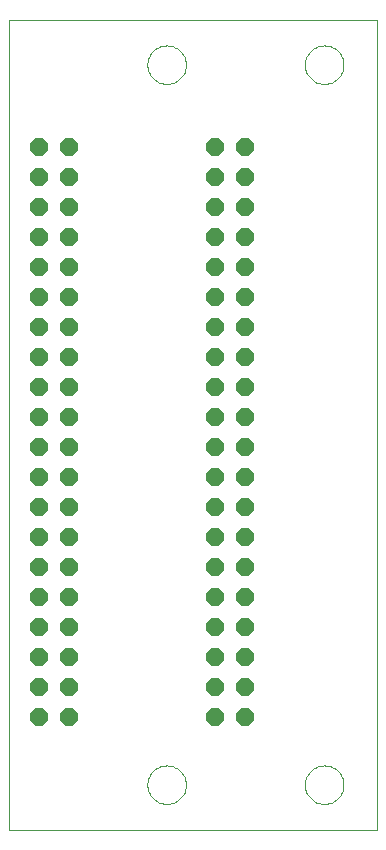
<source format=gtl>
G75*
%MOIN*%
%OFA0B0*%
%FSLAX24Y24*%
%IPPOS*%
%LPD*%
%AMOC8*
5,1,8,0,0,1.08239X$1,22.5*
%
%ADD10C,0.0000*%
%ADD11OC8,0.0600*%
D10*
X000100Y000100D02*
X000100Y027096D01*
X000100Y027100D02*
X012350Y027100D01*
X012350Y027096D02*
X012350Y000100D01*
X000100Y000100D01*
X004707Y001600D02*
X004709Y001650D01*
X004715Y001701D01*
X004725Y001750D01*
X004738Y001799D01*
X004756Y001846D01*
X004777Y001892D01*
X004802Y001936D01*
X004830Y001978D01*
X004861Y002018D01*
X004895Y002055D01*
X004932Y002089D01*
X004972Y002120D01*
X005014Y002148D01*
X005058Y002173D01*
X005104Y002194D01*
X005151Y002212D01*
X005200Y002225D01*
X005249Y002235D01*
X005300Y002241D01*
X005350Y002243D01*
X005400Y002241D01*
X005451Y002235D01*
X005500Y002225D01*
X005549Y002212D01*
X005596Y002194D01*
X005642Y002173D01*
X005686Y002148D01*
X005728Y002120D01*
X005768Y002089D01*
X005805Y002055D01*
X005839Y002018D01*
X005870Y001978D01*
X005898Y001936D01*
X005923Y001892D01*
X005944Y001846D01*
X005962Y001799D01*
X005975Y001750D01*
X005985Y001701D01*
X005991Y001650D01*
X005993Y001600D01*
X005991Y001550D01*
X005985Y001499D01*
X005975Y001450D01*
X005962Y001401D01*
X005944Y001354D01*
X005923Y001308D01*
X005898Y001264D01*
X005870Y001222D01*
X005839Y001182D01*
X005805Y001145D01*
X005768Y001111D01*
X005728Y001080D01*
X005686Y001052D01*
X005642Y001027D01*
X005596Y001006D01*
X005549Y000988D01*
X005500Y000975D01*
X005451Y000965D01*
X005400Y000959D01*
X005350Y000957D01*
X005300Y000959D01*
X005249Y000965D01*
X005200Y000975D01*
X005151Y000988D01*
X005104Y001006D01*
X005058Y001027D01*
X005014Y001052D01*
X004972Y001080D01*
X004932Y001111D01*
X004895Y001145D01*
X004861Y001182D01*
X004830Y001222D01*
X004802Y001264D01*
X004777Y001308D01*
X004756Y001354D01*
X004738Y001401D01*
X004725Y001450D01*
X004715Y001499D01*
X004709Y001550D01*
X004707Y001600D01*
X009957Y001600D02*
X009959Y001650D01*
X009965Y001701D01*
X009975Y001750D01*
X009988Y001799D01*
X010006Y001846D01*
X010027Y001892D01*
X010052Y001936D01*
X010080Y001978D01*
X010111Y002018D01*
X010145Y002055D01*
X010182Y002089D01*
X010222Y002120D01*
X010264Y002148D01*
X010308Y002173D01*
X010354Y002194D01*
X010401Y002212D01*
X010450Y002225D01*
X010499Y002235D01*
X010550Y002241D01*
X010600Y002243D01*
X010650Y002241D01*
X010701Y002235D01*
X010750Y002225D01*
X010799Y002212D01*
X010846Y002194D01*
X010892Y002173D01*
X010936Y002148D01*
X010978Y002120D01*
X011018Y002089D01*
X011055Y002055D01*
X011089Y002018D01*
X011120Y001978D01*
X011148Y001936D01*
X011173Y001892D01*
X011194Y001846D01*
X011212Y001799D01*
X011225Y001750D01*
X011235Y001701D01*
X011241Y001650D01*
X011243Y001600D01*
X011241Y001550D01*
X011235Y001499D01*
X011225Y001450D01*
X011212Y001401D01*
X011194Y001354D01*
X011173Y001308D01*
X011148Y001264D01*
X011120Y001222D01*
X011089Y001182D01*
X011055Y001145D01*
X011018Y001111D01*
X010978Y001080D01*
X010936Y001052D01*
X010892Y001027D01*
X010846Y001006D01*
X010799Y000988D01*
X010750Y000975D01*
X010701Y000965D01*
X010650Y000959D01*
X010600Y000957D01*
X010550Y000959D01*
X010499Y000965D01*
X010450Y000975D01*
X010401Y000988D01*
X010354Y001006D01*
X010308Y001027D01*
X010264Y001052D01*
X010222Y001080D01*
X010182Y001111D01*
X010145Y001145D01*
X010111Y001182D01*
X010080Y001222D01*
X010052Y001264D01*
X010027Y001308D01*
X010006Y001354D01*
X009988Y001401D01*
X009975Y001450D01*
X009965Y001499D01*
X009959Y001550D01*
X009957Y001600D01*
X009957Y025600D02*
X009959Y025650D01*
X009965Y025701D01*
X009975Y025750D01*
X009988Y025799D01*
X010006Y025846D01*
X010027Y025892D01*
X010052Y025936D01*
X010080Y025978D01*
X010111Y026018D01*
X010145Y026055D01*
X010182Y026089D01*
X010222Y026120D01*
X010264Y026148D01*
X010308Y026173D01*
X010354Y026194D01*
X010401Y026212D01*
X010450Y026225D01*
X010499Y026235D01*
X010550Y026241D01*
X010600Y026243D01*
X010650Y026241D01*
X010701Y026235D01*
X010750Y026225D01*
X010799Y026212D01*
X010846Y026194D01*
X010892Y026173D01*
X010936Y026148D01*
X010978Y026120D01*
X011018Y026089D01*
X011055Y026055D01*
X011089Y026018D01*
X011120Y025978D01*
X011148Y025936D01*
X011173Y025892D01*
X011194Y025846D01*
X011212Y025799D01*
X011225Y025750D01*
X011235Y025701D01*
X011241Y025650D01*
X011243Y025600D01*
X011241Y025550D01*
X011235Y025499D01*
X011225Y025450D01*
X011212Y025401D01*
X011194Y025354D01*
X011173Y025308D01*
X011148Y025264D01*
X011120Y025222D01*
X011089Y025182D01*
X011055Y025145D01*
X011018Y025111D01*
X010978Y025080D01*
X010936Y025052D01*
X010892Y025027D01*
X010846Y025006D01*
X010799Y024988D01*
X010750Y024975D01*
X010701Y024965D01*
X010650Y024959D01*
X010600Y024957D01*
X010550Y024959D01*
X010499Y024965D01*
X010450Y024975D01*
X010401Y024988D01*
X010354Y025006D01*
X010308Y025027D01*
X010264Y025052D01*
X010222Y025080D01*
X010182Y025111D01*
X010145Y025145D01*
X010111Y025182D01*
X010080Y025222D01*
X010052Y025264D01*
X010027Y025308D01*
X010006Y025354D01*
X009988Y025401D01*
X009975Y025450D01*
X009965Y025499D01*
X009959Y025550D01*
X009957Y025600D01*
X004707Y025600D02*
X004709Y025650D01*
X004715Y025701D01*
X004725Y025750D01*
X004738Y025799D01*
X004756Y025846D01*
X004777Y025892D01*
X004802Y025936D01*
X004830Y025978D01*
X004861Y026018D01*
X004895Y026055D01*
X004932Y026089D01*
X004972Y026120D01*
X005014Y026148D01*
X005058Y026173D01*
X005104Y026194D01*
X005151Y026212D01*
X005200Y026225D01*
X005249Y026235D01*
X005300Y026241D01*
X005350Y026243D01*
X005400Y026241D01*
X005451Y026235D01*
X005500Y026225D01*
X005549Y026212D01*
X005596Y026194D01*
X005642Y026173D01*
X005686Y026148D01*
X005728Y026120D01*
X005768Y026089D01*
X005805Y026055D01*
X005839Y026018D01*
X005870Y025978D01*
X005898Y025936D01*
X005923Y025892D01*
X005944Y025846D01*
X005962Y025799D01*
X005975Y025750D01*
X005985Y025701D01*
X005991Y025650D01*
X005993Y025600D01*
X005991Y025550D01*
X005985Y025499D01*
X005975Y025450D01*
X005962Y025401D01*
X005944Y025354D01*
X005923Y025308D01*
X005898Y025264D01*
X005870Y025222D01*
X005839Y025182D01*
X005805Y025145D01*
X005768Y025111D01*
X005728Y025080D01*
X005686Y025052D01*
X005642Y025027D01*
X005596Y025006D01*
X005549Y024988D01*
X005500Y024975D01*
X005451Y024965D01*
X005400Y024959D01*
X005350Y024957D01*
X005300Y024959D01*
X005249Y024965D01*
X005200Y024975D01*
X005151Y024988D01*
X005104Y025006D01*
X005058Y025027D01*
X005014Y025052D01*
X004972Y025080D01*
X004932Y025111D01*
X004895Y025145D01*
X004861Y025182D01*
X004830Y025222D01*
X004802Y025264D01*
X004777Y025308D01*
X004756Y025354D01*
X004738Y025401D01*
X004725Y025450D01*
X004715Y025499D01*
X004709Y025550D01*
X004707Y025600D01*
D11*
X006975Y022850D03*
X006975Y021850D03*
X006975Y020850D03*
X006975Y019850D03*
X006975Y018850D03*
X006975Y017850D03*
X006975Y016850D03*
X006975Y015850D03*
X006975Y014850D03*
X006975Y013850D03*
X006975Y012850D03*
X006975Y011850D03*
X006975Y010850D03*
X006975Y009850D03*
X006975Y008850D03*
X006975Y007850D03*
X006975Y006850D03*
X006975Y005850D03*
X006975Y004850D03*
X006975Y003850D03*
X007975Y003850D03*
X007975Y004850D03*
X007975Y005850D03*
X007975Y006850D03*
X007975Y007850D03*
X007975Y008850D03*
X007975Y009850D03*
X007975Y010850D03*
X007975Y011850D03*
X007975Y012850D03*
X007975Y013850D03*
X007975Y014850D03*
X007975Y015850D03*
X007975Y016850D03*
X007975Y017850D03*
X007975Y018850D03*
X007975Y019850D03*
X007975Y020850D03*
X007975Y021850D03*
X007975Y022850D03*
X002100Y022850D03*
X002100Y021850D03*
X002100Y020850D03*
X002100Y019850D03*
X002100Y018850D03*
X002100Y017850D03*
X002100Y016850D03*
X002100Y015850D03*
X002100Y014850D03*
X002100Y013850D03*
X002100Y012850D03*
X002100Y011850D03*
X002100Y010850D03*
X002100Y009850D03*
X002100Y008850D03*
X002100Y007850D03*
X002100Y006850D03*
X002100Y005850D03*
X002100Y004850D03*
X002100Y003850D03*
X001100Y003850D03*
X001100Y004850D03*
X001100Y005850D03*
X001100Y006850D03*
X001100Y007850D03*
X001100Y008850D03*
X001100Y009850D03*
X001100Y010850D03*
X001100Y011850D03*
X001100Y012850D03*
X001100Y013850D03*
X001100Y014850D03*
X001100Y015850D03*
X001100Y016850D03*
X001100Y017850D03*
X001100Y018850D03*
X001100Y019850D03*
X001100Y020850D03*
X001100Y021850D03*
X001100Y022850D03*
M02*

</source>
